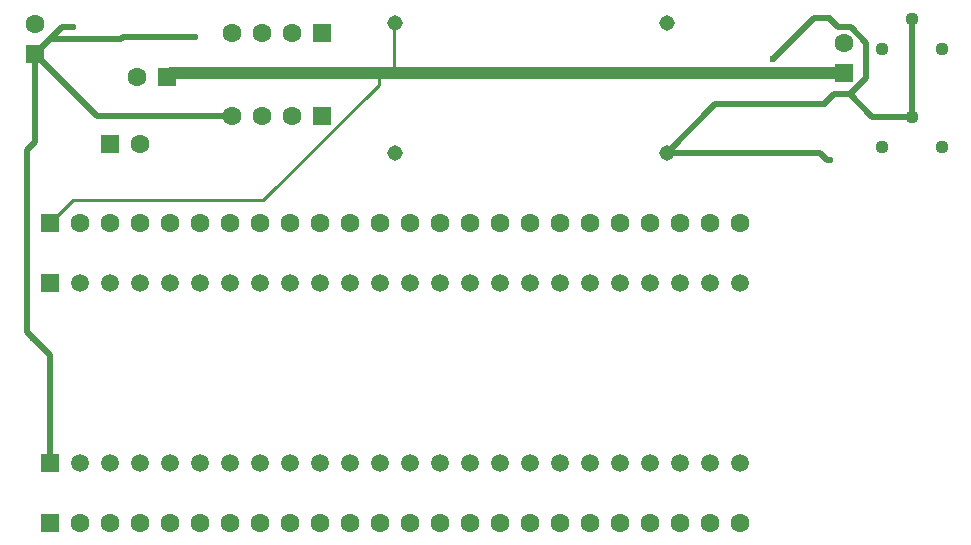
<source format=gbl>
G04*
G04 #@! TF.GenerationSoftware,Altium Limited,Altium Designer,20.1.12 (249)*
G04*
G04 Layer_Physical_Order=2*
G04 Layer_Color=16711680*
%FSLAX44Y44*%
%MOMM*%
G71*
G04*
G04 #@! TF.SameCoordinates,5963EE20-531D-4955-9439-85CF453D8019*
G04*
G04*
G04 #@! TF.FilePolarity,Positive*
G04*
G01*
G75*
%ADD43C,0.2540*%
%ADD45C,0.5000*%
%ADD47C,1.6000*%
%ADD48R,1.6000X1.6000*%
%ADD49C,1.5200*%
%ADD50R,1.5200X1.5200*%
%ADD51C,1.1200*%
%ADD52C,1.3100*%
%ADD53R,1.6000X1.6000*%
%ADD54C,0.6000*%
%ADD55C,1.0000*%
D43*
X307000Y387512D02*
Y397750D01*
X48100Y290000D02*
X209488D01*
X307000Y387512D01*
X320000Y439000D02*
X321000Y440000D01*
X320000Y397750D02*
Y439000D01*
X28900Y270800D02*
X48100Y290000D01*
D45*
X686747Y324000D02*
X689000D01*
X680747Y330000D02*
X686747Y324000D01*
X551000Y330000D02*
X680747D01*
X725051Y360400D02*
X758252D01*
X706024Y379427D02*
X725051Y360400D01*
X758252D02*
Y443000D01*
X640906Y409094D02*
X675813Y444000D01*
X688000D01*
X684000Y371000D02*
X692427Y379427D01*
X706024D01*
X720000Y393402D01*
Y422811D01*
X688000Y444000D02*
X695810Y436190D01*
X706621D01*
X720000Y422811D01*
X592000Y371000D02*
X684000D01*
X551000Y330000D02*
X592000Y371000D01*
X16000Y339400D02*
Y413300D01*
X9000Y332400D02*
X16000Y339400D01*
X9000Y178300D02*
Y332400D01*
X28900Y67600D02*
Y158400D01*
X9000Y178300D02*
X28900Y158400D01*
X143000Y361000D02*
X182900D01*
X68300D02*
X143000D01*
X28700Y426000D02*
X89134D01*
X90715Y427581D02*
X151419D01*
X89134Y426000D02*
X90715Y427581D01*
X16000Y413300D02*
X68300Y361000D01*
X28700Y426000D02*
X38700Y436000D01*
X16000Y413300D02*
X28700Y426000D01*
X38700Y436000D02*
X48000D01*
X127700Y394231D02*
X131219Y397750D01*
D47*
X104642Y337700D02*
D03*
X613100Y16800D02*
D03*
X587700D02*
D03*
X562300D02*
D03*
X536900D02*
D03*
X511500D02*
D03*
X384500D02*
D03*
X308300D02*
D03*
X282900D02*
D03*
X257500D02*
D03*
X206700D02*
D03*
X181300D02*
D03*
X130500D02*
D03*
X79700D02*
D03*
X54300D02*
D03*
X105100D02*
D03*
X155900D02*
D03*
X232100D02*
D03*
X333700D02*
D03*
X359100D02*
D03*
X409900D02*
D03*
X435300D02*
D03*
X460700D02*
D03*
X486100D02*
D03*
X613100Y270800D02*
D03*
X587700D02*
D03*
X562300D02*
D03*
X536900D02*
D03*
X511500D02*
D03*
X384500D02*
D03*
X308300D02*
D03*
X282900D02*
D03*
X257500D02*
D03*
X206700D02*
D03*
X181300D02*
D03*
X130500D02*
D03*
X79700D02*
D03*
X54300D02*
D03*
X105100D02*
D03*
X155900D02*
D03*
X232100D02*
D03*
X333700D02*
D03*
X359100D02*
D03*
X409900D02*
D03*
X435300D02*
D03*
X460700D02*
D03*
X486100D02*
D03*
X182900Y431000D02*
D03*
X208300D02*
D03*
X233700D02*
D03*
X102300Y394231D02*
D03*
X16000Y438700D02*
D03*
X701220Y423150D02*
D03*
X182900Y361000D02*
D03*
X208300D02*
D03*
X233700D02*
D03*
D48*
X79243Y337700D02*
D03*
X28900Y16800D02*
D03*
Y270800D02*
D03*
X259100Y431000D02*
D03*
X127700Y394231D02*
D03*
X259100Y361000D02*
D03*
D49*
X435300Y67600D02*
D03*
X409900D02*
D03*
X308300D02*
D03*
X257500D02*
D03*
X181300D02*
D03*
X79700D02*
D03*
X54300D02*
D03*
X105100D02*
D03*
X130500D02*
D03*
X155900D02*
D03*
X206700D02*
D03*
X232100D02*
D03*
X282900D02*
D03*
X333700D02*
D03*
X359100D02*
D03*
X384500D02*
D03*
X460700D02*
D03*
X486100D02*
D03*
X511500D02*
D03*
X536900D02*
D03*
X562300D02*
D03*
X587700D02*
D03*
X613100D02*
D03*
X435300Y220000D02*
D03*
X409900D02*
D03*
X308300D02*
D03*
X257500D02*
D03*
X181300D02*
D03*
X79700D02*
D03*
X54300D02*
D03*
X105100D02*
D03*
X130500D02*
D03*
X155900D02*
D03*
X206700D02*
D03*
X232100D02*
D03*
X282900D02*
D03*
X333700D02*
D03*
X359100D02*
D03*
X384500D02*
D03*
X460700D02*
D03*
X486100D02*
D03*
X511500D02*
D03*
X536900D02*
D03*
X562300D02*
D03*
X587700D02*
D03*
X613100D02*
D03*
D50*
X28900Y67600D02*
D03*
Y220000D02*
D03*
D51*
X732852Y417600D02*
D03*
X758252Y443000D02*
D03*
X783652Y417600D02*
D03*
Y335000D02*
D03*
X758252Y360400D02*
D03*
X732852Y335000D02*
D03*
D52*
X551000Y440000D02*
D03*
X321000D02*
D03*
Y330000D02*
D03*
X551000D02*
D03*
D53*
X16000Y413300D02*
D03*
X701220Y397750D02*
D03*
D54*
X689000Y324000D02*
D03*
X684000Y371000D02*
D03*
X9000Y313000D02*
D03*
X14000Y173000D02*
D03*
X143000Y361000D02*
D03*
X151419Y427581D02*
D03*
X640906Y409094D02*
D03*
X48000Y436000D02*
D03*
X688000Y444000D02*
D03*
D55*
X320000Y397750D02*
X701220D01*
X307000D02*
X320000D01*
X131219D02*
X307000D01*
M02*

</source>
